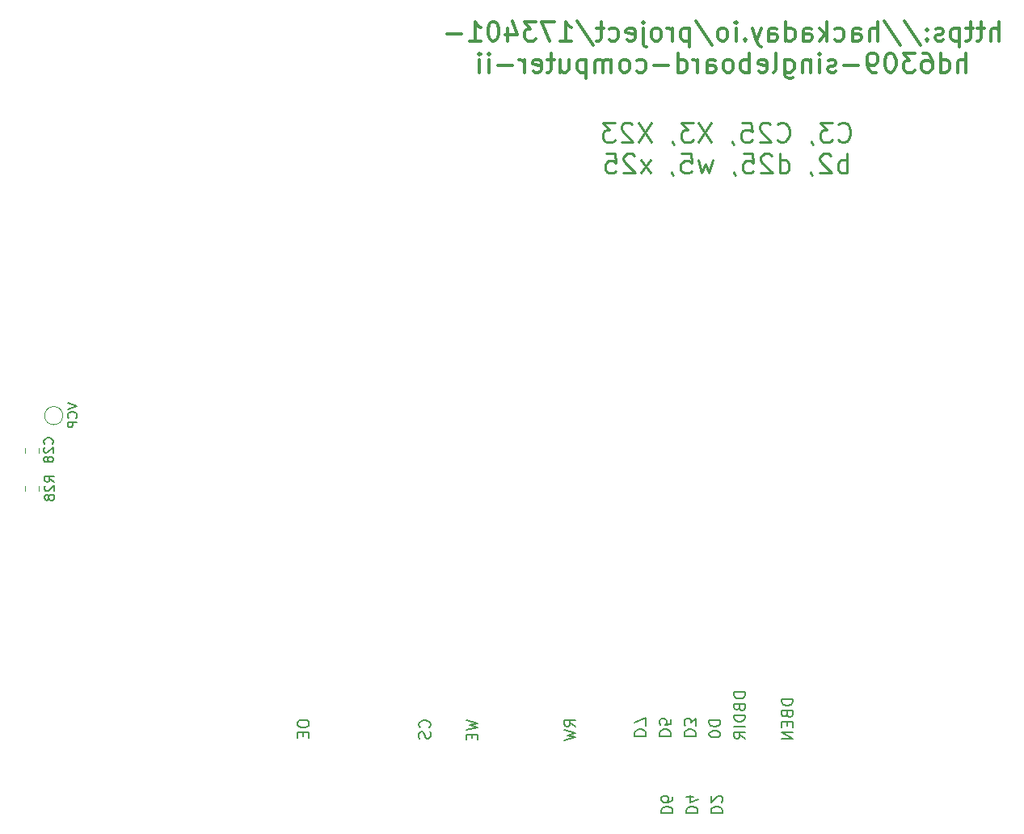
<source format=gbr>
%TF.GenerationSoftware,KiCad,Pcbnew,(5.1.9)-1*%
%TF.CreationDate,2021-03-26T15:36:56-04:00*%
%TF.ProjectId,hd6309sbc_v2c,68643633-3039-4736-9263-5f7632632e6b,1*%
%TF.SameCoordinates,Original*%
%TF.FileFunction,Legend,Bot*%
%TF.FilePolarity,Positive*%
%FSLAX46Y46*%
G04 Gerber Fmt 4.6, Leading zero omitted, Abs format (unit mm)*
G04 Created by KiCad (PCBNEW (5.1.9)-1) date 2021-03-26 15:36:56*
%MOMM*%
%LPD*%
G01*
G04 APERTURE LIST*
%ADD10C,0.250000*%
%ADD11C,0.200000*%
%ADD12C,0.300000*%
%ADD13C,0.120000*%
%ADD14C,0.150000*%
G04 APERTURE END LIST*
D10*
X143714285Y-74089285D02*
X143809523Y-74184523D01*
X144095238Y-74279761D01*
X144285714Y-74279761D01*
X144571428Y-74184523D01*
X144761904Y-73994047D01*
X144857142Y-73803571D01*
X144952380Y-73422619D01*
X144952380Y-73136904D01*
X144857142Y-72755952D01*
X144761904Y-72565476D01*
X144571428Y-72375000D01*
X144285714Y-72279761D01*
X144095238Y-72279761D01*
X143809523Y-72375000D01*
X143714285Y-72470238D01*
X143047619Y-72279761D02*
X141809523Y-72279761D01*
X142476190Y-73041666D01*
X142190476Y-73041666D01*
X142000000Y-73136904D01*
X141904761Y-73232142D01*
X141809523Y-73422619D01*
X141809523Y-73898809D01*
X141904761Y-74089285D01*
X142000000Y-74184523D01*
X142190476Y-74279761D01*
X142761904Y-74279761D01*
X142952380Y-74184523D01*
X143047619Y-74089285D01*
X140857142Y-74184523D02*
X140857142Y-74279761D01*
X140952380Y-74470238D01*
X141047619Y-74565476D01*
X137333333Y-74089285D02*
X137428571Y-74184523D01*
X137714285Y-74279761D01*
X137904761Y-74279761D01*
X138190476Y-74184523D01*
X138380952Y-73994047D01*
X138476190Y-73803571D01*
X138571428Y-73422619D01*
X138571428Y-73136904D01*
X138476190Y-72755952D01*
X138380952Y-72565476D01*
X138190476Y-72375000D01*
X137904761Y-72279761D01*
X137714285Y-72279761D01*
X137428571Y-72375000D01*
X137333333Y-72470238D01*
X136571428Y-72470238D02*
X136476190Y-72375000D01*
X136285714Y-72279761D01*
X135809523Y-72279761D01*
X135619047Y-72375000D01*
X135523809Y-72470238D01*
X135428571Y-72660714D01*
X135428571Y-72851190D01*
X135523809Y-73136904D01*
X136666666Y-74279761D01*
X135428571Y-74279761D01*
X133619047Y-72279761D02*
X134571428Y-72279761D01*
X134666666Y-73232142D01*
X134571428Y-73136904D01*
X134380952Y-73041666D01*
X133904761Y-73041666D01*
X133714285Y-73136904D01*
X133619047Y-73232142D01*
X133523809Y-73422619D01*
X133523809Y-73898809D01*
X133619047Y-74089285D01*
X133714285Y-74184523D01*
X133904761Y-74279761D01*
X134380952Y-74279761D01*
X134571428Y-74184523D01*
X134666666Y-74089285D01*
X132571428Y-74184523D02*
X132571428Y-74279761D01*
X132666666Y-74470238D01*
X132761904Y-74565476D01*
X130380952Y-72279761D02*
X129047619Y-74279761D01*
X129047619Y-72279761D02*
X130380952Y-74279761D01*
X128476190Y-72279761D02*
X127238095Y-72279761D01*
X127904761Y-73041666D01*
X127619047Y-73041666D01*
X127428571Y-73136904D01*
X127333333Y-73232142D01*
X127238095Y-73422619D01*
X127238095Y-73898809D01*
X127333333Y-74089285D01*
X127428571Y-74184523D01*
X127619047Y-74279761D01*
X128190476Y-74279761D01*
X128380952Y-74184523D01*
X128476190Y-74089285D01*
X126285714Y-74184523D02*
X126285714Y-74279761D01*
X126380952Y-74470238D01*
X126476190Y-74565476D01*
X124095238Y-72279761D02*
X122761904Y-74279761D01*
X122761904Y-72279761D02*
X124095238Y-74279761D01*
X122095238Y-72470238D02*
X122000000Y-72375000D01*
X121809523Y-72279761D01*
X121333333Y-72279761D01*
X121142857Y-72375000D01*
X121047619Y-72470238D01*
X120952380Y-72660714D01*
X120952380Y-72851190D01*
X121047619Y-73136904D01*
X122190476Y-74279761D01*
X120952380Y-74279761D01*
X120285714Y-72279761D02*
X119047619Y-72279761D01*
X119714285Y-73041666D01*
X119428571Y-73041666D01*
X119238095Y-73136904D01*
X119142857Y-73232142D01*
X119047619Y-73422619D01*
X119047619Y-73898809D01*
X119142857Y-74089285D01*
X119238095Y-74184523D01*
X119428571Y-74279761D01*
X120000000Y-74279761D01*
X120190476Y-74184523D01*
X120285714Y-74089285D01*
X144619047Y-77529761D02*
X144619047Y-75529761D01*
X144619047Y-76291666D02*
X144428571Y-76196428D01*
X144047619Y-76196428D01*
X143857142Y-76291666D01*
X143761904Y-76386904D01*
X143666666Y-76577380D01*
X143666666Y-77148809D01*
X143761904Y-77339285D01*
X143857142Y-77434523D01*
X144047619Y-77529761D01*
X144428571Y-77529761D01*
X144619047Y-77434523D01*
X142904761Y-75720238D02*
X142809523Y-75625000D01*
X142619047Y-75529761D01*
X142142857Y-75529761D01*
X141952380Y-75625000D01*
X141857142Y-75720238D01*
X141761904Y-75910714D01*
X141761904Y-76101190D01*
X141857142Y-76386904D01*
X143000000Y-77529761D01*
X141761904Y-77529761D01*
X140809523Y-77434523D02*
X140809523Y-77529761D01*
X140904761Y-77720238D01*
X141000000Y-77815476D01*
X137571428Y-77529761D02*
X137571428Y-75529761D01*
X137571428Y-77434523D02*
X137761904Y-77529761D01*
X138142857Y-77529761D01*
X138333333Y-77434523D01*
X138428571Y-77339285D01*
X138523809Y-77148809D01*
X138523809Y-76577380D01*
X138428571Y-76386904D01*
X138333333Y-76291666D01*
X138142857Y-76196428D01*
X137761904Y-76196428D01*
X137571428Y-76291666D01*
X136714285Y-75720238D02*
X136619047Y-75625000D01*
X136428571Y-75529761D01*
X135952380Y-75529761D01*
X135761904Y-75625000D01*
X135666666Y-75720238D01*
X135571428Y-75910714D01*
X135571428Y-76101190D01*
X135666666Y-76386904D01*
X136809523Y-77529761D01*
X135571428Y-77529761D01*
X133761904Y-75529761D02*
X134714285Y-75529761D01*
X134809523Y-76482142D01*
X134714285Y-76386904D01*
X134523809Y-76291666D01*
X134047619Y-76291666D01*
X133857142Y-76386904D01*
X133761904Y-76482142D01*
X133666666Y-76672619D01*
X133666666Y-77148809D01*
X133761904Y-77339285D01*
X133857142Y-77434523D01*
X134047619Y-77529761D01*
X134523809Y-77529761D01*
X134714285Y-77434523D01*
X134809523Y-77339285D01*
X132714285Y-77434523D02*
X132714285Y-77529761D01*
X132809523Y-77720238D01*
X132904761Y-77815476D01*
X130523809Y-76196428D02*
X130142857Y-77529761D01*
X129761904Y-76577380D01*
X129380952Y-77529761D01*
X129000000Y-76196428D01*
X127285714Y-75529761D02*
X128238095Y-75529761D01*
X128333333Y-76482142D01*
X128238095Y-76386904D01*
X128047619Y-76291666D01*
X127571428Y-76291666D01*
X127380952Y-76386904D01*
X127285714Y-76482142D01*
X127190476Y-76672619D01*
X127190476Y-77148809D01*
X127285714Y-77339285D01*
X127380952Y-77434523D01*
X127571428Y-77529761D01*
X128047619Y-77529761D01*
X128238095Y-77434523D01*
X128333333Y-77339285D01*
X126238095Y-77434523D02*
X126238095Y-77529761D01*
X126333333Y-77720238D01*
X126428571Y-77815476D01*
X124047619Y-77529761D02*
X123000000Y-76196428D01*
X124047619Y-76196428D02*
X123000000Y-77529761D01*
X122333333Y-75720238D02*
X122238095Y-75625000D01*
X122047619Y-75529761D01*
X121571428Y-75529761D01*
X121380952Y-75625000D01*
X121285714Y-75720238D01*
X121190476Y-75910714D01*
X121190476Y-76101190D01*
X121285714Y-76386904D01*
X122428571Y-77529761D01*
X121190476Y-77529761D01*
X119380952Y-75529761D02*
X120333333Y-75529761D01*
X120428571Y-76482142D01*
X120333333Y-76386904D01*
X120142857Y-76291666D01*
X119666666Y-76291666D01*
X119476190Y-76386904D01*
X119380952Y-76482142D01*
X119285714Y-76672619D01*
X119285714Y-77148809D01*
X119380952Y-77339285D01*
X119476190Y-77434523D01*
X119666666Y-77529761D01*
X120142857Y-77529761D01*
X120333333Y-77434523D01*
X120428571Y-77339285D01*
D11*
X124957142Y-136585714D02*
X126157142Y-136585714D01*
X126157142Y-136300000D01*
X126100000Y-136128571D01*
X125985714Y-136014285D01*
X125871428Y-135957142D01*
X125642857Y-135900000D01*
X125471428Y-135900000D01*
X125242857Y-135957142D01*
X125128571Y-136014285D01*
X125014285Y-136128571D01*
X124957142Y-136300000D01*
X124957142Y-136585714D01*
X126157142Y-134814285D02*
X126157142Y-135385714D01*
X125585714Y-135442857D01*
X125642857Y-135385714D01*
X125700000Y-135271428D01*
X125700000Y-134985714D01*
X125642857Y-134871428D01*
X125585714Y-134814285D01*
X125471428Y-134757142D01*
X125185714Y-134757142D01*
X125071428Y-134814285D01*
X125014285Y-134871428D01*
X124957142Y-134985714D01*
X124957142Y-135271428D01*
X125014285Y-135385714D01*
X125071428Y-135442857D01*
X127557142Y-136585714D02*
X128757142Y-136585714D01*
X128757142Y-136300000D01*
X128700000Y-136128571D01*
X128585714Y-136014285D01*
X128471428Y-135957142D01*
X128242857Y-135900000D01*
X128071428Y-135900000D01*
X127842857Y-135957142D01*
X127728571Y-136014285D01*
X127614285Y-136128571D01*
X127557142Y-136300000D01*
X127557142Y-136585714D01*
X128757142Y-135500000D02*
X128757142Y-134757142D01*
X128300000Y-135157142D01*
X128300000Y-134985714D01*
X128242857Y-134871428D01*
X128185714Y-134814285D01*
X128071428Y-134757142D01*
X127785714Y-134757142D01*
X127671428Y-134814285D01*
X127614285Y-134871428D01*
X127557142Y-134985714D01*
X127557142Y-135328571D01*
X127614285Y-135442857D01*
X127671428Y-135500000D01*
X122357142Y-136585714D02*
X123557142Y-136585714D01*
X123557142Y-136300000D01*
X123500000Y-136128571D01*
X123385714Y-136014285D01*
X123271428Y-135957142D01*
X123042857Y-135900000D01*
X122871428Y-135900000D01*
X122642857Y-135957142D01*
X122528571Y-136014285D01*
X122414285Y-136128571D01*
X122357142Y-136300000D01*
X122357142Y-136585714D01*
X123557142Y-135500000D02*
X123557142Y-134700000D01*
X122357142Y-135214285D01*
X87042857Y-135182857D02*
X87042857Y-135411428D01*
X87100000Y-135525714D01*
X87214285Y-135640000D01*
X87442857Y-135697142D01*
X87842857Y-135697142D01*
X88071428Y-135640000D01*
X88185714Y-135525714D01*
X88242857Y-135411428D01*
X88242857Y-135182857D01*
X88185714Y-135068571D01*
X88071428Y-134954285D01*
X87842857Y-134897142D01*
X87442857Y-134897142D01*
X87214285Y-134954285D01*
X87100000Y-135068571D01*
X87042857Y-135182857D01*
X87614285Y-136211428D02*
X87614285Y-136611428D01*
X88242857Y-136782857D02*
X88242857Y-136211428D01*
X87042857Y-136211428D01*
X87042857Y-136782857D01*
X100848571Y-135700000D02*
X100905714Y-135642857D01*
X100962857Y-135471428D01*
X100962857Y-135357142D01*
X100905714Y-135185714D01*
X100791428Y-135071428D01*
X100677142Y-135014285D01*
X100448571Y-134957142D01*
X100277142Y-134957142D01*
X100048571Y-135014285D01*
X99934285Y-135071428D01*
X99820000Y-135185714D01*
X99762857Y-135357142D01*
X99762857Y-135471428D01*
X99820000Y-135642857D01*
X99877142Y-135700000D01*
X100905714Y-136157142D02*
X100962857Y-136328571D01*
X100962857Y-136614285D01*
X100905714Y-136728571D01*
X100848571Y-136785714D01*
X100734285Y-136842857D01*
X100620000Y-136842857D01*
X100505714Y-136785714D01*
X100448571Y-136728571D01*
X100391428Y-136614285D01*
X100334285Y-136385714D01*
X100277142Y-136271428D01*
X100220000Y-136214285D01*
X100105714Y-136157142D01*
X99991428Y-136157142D01*
X99877142Y-136214285D01*
X99820000Y-136271428D01*
X99762857Y-136385714D01*
X99762857Y-136671428D01*
X99820000Y-136842857D01*
X138942857Y-132714285D02*
X137742857Y-132714285D01*
X137742857Y-133000000D01*
X137800000Y-133171428D01*
X137914285Y-133285714D01*
X138028571Y-133342857D01*
X138257142Y-133400000D01*
X138428571Y-133400000D01*
X138657142Y-133342857D01*
X138771428Y-133285714D01*
X138885714Y-133171428D01*
X138942857Y-133000000D01*
X138942857Y-132714285D01*
X138314285Y-134314285D02*
X138371428Y-134485714D01*
X138428571Y-134542857D01*
X138542857Y-134600000D01*
X138714285Y-134600000D01*
X138828571Y-134542857D01*
X138885714Y-134485714D01*
X138942857Y-134371428D01*
X138942857Y-133914285D01*
X137742857Y-133914285D01*
X137742857Y-134314285D01*
X137800000Y-134428571D01*
X137857142Y-134485714D01*
X137971428Y-134542857D01*
X138085714Y-134542857D01*
X138200000Y-134485714D01*
X138257142Y-134428571D01*
X138314285Y-134314285D01*
X138314285Y-133914285D01*
X138314285Y-135114285D02*
X138314285Y-135514285D01*
X138942857Y-135685714D02*
X138942857Y-135114285D01*
X137742857Y-135114285D01*
X137742857Y-135685714D01*
X138942857Y-136200000D02*
X137742857Y-136200000D01*
X138942857Y-136885714D01*
X137742857Y-136885714D01*
X133942857Y-132000000D02*
X132742857Y-132000000D01*
X132742857Y-132285714D01*
X132800000Y-132457142D01*
X132914285Y-132571428D01*
X133028571Y-132628571D01*
X133257142Y-132685714D01*
X133428571Y-132685714D01*
X133657142Y-132628571D01*
X133771428Y-132571428D01*
X133885714Y-132457142D01*
X133942857Y-132285714D01*
X133942857Y-132000000D01*
X133314285Y-133600000D02*
X133371428Y-133771428D01*
X133428571Y-133828571D01*
X133542857Y-133885714D01*
X133714285Y-133885714D01*
X133828571Y-133828571D01*
X133885714Y-133771428D01*
X133942857Y-133657142D01*
X133942857Y-133200000D01*
X132742857Y-133200000D01*
X132742857Y-133600000D01*
X132800000Y-133714285D01*
X132857142Y-133771428D01*
X132971428Y-133828571D01*
X133085714Y-133828571D01*
X133200000Y-133771428D01*
X133257142Y-133714285D01*
X133314285Y-133600000D01*
X133314285Y-133200000D01*
X133942857Y-134400000D02*
X132742857Y-134400000D01*
X132742857Y-134685714D01*
X132800000Y-134857142D01*
X132914285Y-134971428D01*
X133028571Y-135028571D01*
X133257142Y-135085714D01*
X133428571Y-135085714D01*
X133657142Y-135028571D01*
X133771428Y-134971428D01*
X133885714Y-134857142D01*
X133942857Y-134685714D01*
X133942857Y-134400000D01*
X133942857Y-135600000D02*
X132742857Y-135600000D01*
X133942857Y-136857142D02*
X133371428Y-136457142D01*
X133942857Y-136171428D02*
X132742857Y-136171428D01*
X132742857Y-136628571D01*
X132800000Y-136742857D01*
X132857142Y-136800000D01*
X132971428Y-136857142D01*
X133142857Y-136857142D01*
X133257142Y-136800000D01*
X133314285Y-136742857D01*
X133371428Y-136628571D01*
X133371428Y-136171428D01*
X104742857Y-134942857D02*
X105942857Y-135228571D01*
X105085714Y-135457142D01*
X105942857Y-135685714D01*
X104742857Y-135971428D01*
X105314285Y-136428571D02*
X105314285Y-136828571D01*
X105942857Y-137000000D02*
X105942857Y-136428571D01*
X104742857Y-136428571D01*
X104742857Y-137000000D01*
X116162857Y-135585714D02*
X115591428Y-135185714D01*
X116162857Y-134900000D02*
X114962857Y-134900000D01*
X114962857Y-135357142D01*
X115020000Y-135471428D01*
X115077142Y-135528571D01*
X115191428Y-135585714D01*
X115362857Y-135585714D01*
X115477142Y-135528571D01*
X115534285Y-135471428D01*
X115591428Y-135357142D01*
X115591428Y-134900000D01*
X114962857Y-135985714D02*
X116162857Y-136271428D01*
X115305714Y-136500000D01*
X116162857Y-136728571D01*
X114962857Y-137014285D01*
X127757142Y-144685714D02*
X128957142Y-144685714D01*
X128957142Y-144400000D01*
X128900000Y-144228571D01*
X128785714Y-144114285D01*
X128671428Y-144057142D01*
X128442857Y-144000000D01*
X128271428Y-144000000D01*
X128042857Y-144057142D01*
X127928571Y-144114285D01*
X127814285Y-144228571D01*
X127757142Y-144400000D01*
X127757142Y-144685714D01*
X128557142Y-142971428D02*
X127757142Y-142971428D01*
X129014285Y-143257142D02*
X128157142Y-143542857D01*
X128157142Y-142800000D01*
X125157142Y-144685714D02*
X126357142Y-144685714D01*
X126357142Y-144400000D01*
X126300000Y-144228571D01*
X126185714Y-144114285D01*
X126071428Y-144057142D01*
X125842857Y-144000000D01*
X125671428Y-144000000D01*
X125442857Y-144057142D01*
X125328571Y-144114285D01*
X125214285Y-144228571D01*
X125157142Y-144400000D01*
X125157142Y-144685714D01*
X126357142Y-142971428D02*
X126357142Y-143200000D01*
X126300000Y-143314285D01*
X126242857Y-143371428D01*
X126071428Y-143485714D01*
X125842857Y-143542857D01*
X125385714Y-143542857D01*
X125271428Y-143485714D01*
X125214285Y-143428571D01*
X125157142Y-143314285D01*
X125157142Y-143085714D01*
X125214285Y-142971428D01*
X125271428Y-142914285D01*
X125385714Y-142857142D01*
X125671428Y-142857142D01*
X125785714Y-142914285D01*
X125842857Y-142971428D01*
X125900000Y-143085714D01*
X125900000Y-143314285D01*
X125842857Y-143428571D01*
X125785714Y-143485714D01*
X125671428Y-143542857D01*
X131342857Y-134914285D02*
X130142857Y-134914285D01*
X130142857Y-135200000D01*
X130200000Y-135371428D01*
X130314285Y-135485714D01*
X130428571Y-135542857D01*
X130657142Y-135600000D01*
X130828571Y-135600000D01*
X131057142Y-135542857D01*
X131171428Y-135485714D01*
X131285714Y-135371428D01*
X131342857Y-135200000D01*
X131342857Y-134914285D01*
X130142857Y-136342857D02*
X130142857Y-136457142D01*
X130200000Y-136571428D01*
X130257142Y-136628571D01*
X130371428Y-136685714D01*
X130600000Y-136742857D01*
X130885714Y-136742857D01*
X131114285Y-136685714D01*
X131228571Y-136628571D01*
X131285714Y-136571428D01*
X131342857Y-136457142D01*
X131342857Y-136342857D01*
X131285714Y-136228571D01*
X131228571Y-136171428D01*
X131114285Y-136114285D01*
X130885714Y-136057142D01*
X130600000Y-136057142D01*
X130371428Y-136114285D01*
X130257142Y-136171428D01*
X130200000Y-136228571D01*
X130142857Y-136342857D01*
X130357142Y-144685714D02*
X131557142Y-144685714D01*
X131557142Y-144400000D01*
X131500000Y-144228571D01*
X131385714Y-144114285D01*
X131271428Y-144057142D01*
X131042857Y-144000000D01*
X130871428Y-144000000D01*
X130642857Y-144057142D01*
X130528571Y-144114285D01*
X130414285Y-144228571D01*
X130357142Y-144400000D01*
X130357142Y-144685714D01*
X131442857Y-143542857D02*
X131500000Y-143485714D01*
X131557142Y-143371428D01*
X131557142Y-143085714D01*
X131500000Y-142971428D01*
X131442857Y-142914285D01*
X131328571Y-142857142D01*
X131214285Y-142857142D01*
X131042857Y-142914285D01*
X130357142Y-143600000D01*
X130357142Y-142857142D01*
D12*
X160494761Y-63694761D02*
X160494761Y-61694761D01*
X159637619Y-63694761D02*
X159637619Y-62647142D01*
X159732857Y-62456666D01*
X159923333Y-62361428D01*
X160209047Y-62361428D01*
X160399523Y-62456666D01*
X160494761Y-62551904D01*
X158970952Y-62361428D02*
X158209047Y-62361428D01*
X158685238Y-61694761D02*
X158685238Y-63409047D01*
X158590000Y-63599523D01*
X158399523Y-63694761D01*
X158209047Y-63694761D01*
X157828095Y-62361428D02*
X157066190Y-62361428D01*
X157542380Y-61694761D02*
X157542380Y-63409047D01*
X157447142Y-63599523D01*
X157256666Y-63694761D01*
X157066190Y-63694761D01*
X156399523Y-62361428D02*
X156399523Y-64361428D01*
X156399523Y-62456666D02*
X156209047Y-62361428D01*
X155828095Y-62361428D01*
X155637619Y-62456666D01*
X155542380Y-62551904D01*
X155447142Y-62742380D01*
X155447142Y-63313809D01*
X155542380Y-63504285D01*
X155637619Y-63599523D01*
X155828095Y-63694761D01*
X156209047Y-63694761D01*
X156399523Y-63599523D01*
X154685238Y-63599523D02*
X154494761Y-63694761D01*
X154113809Y-63694761D01*
X153923333Y-63599523D01*
X153828095Y-63409047D01*
X153828095Y-63313809D01*
X153923333Y-63123333D01*
X154113809Y-63028095D01*
X154399523Y-63028095D01*
X154590000Y-62932857D01*
X154685238Y-62742380D01*
X154685238Y-62647142D01*
X154590000Y-62456666D01*
X154399523Y-62361428D01*
X154113809Y-62361428D01*
X153923333Y-62456666D01*
X152970952Y-63504285D02*
X152875714Y-63599523D01*
X152970952Y-63694761D01*
X153066190Y-63599523D01*
X152970952Y-63504285D01*
X152970952Y-63694761D01*
X152970952Y-62456666D02*
X152875714Y-62551904D01*
X152970952Y-62647142D01*
X153066190Y-62551904D01*
X152970952Y-62456666D01*
X152970952Y-62647142D01*
X150590000Y-61599523D02*
X152304285Y-64170952D01*
X148494761Y-61599523D02*
X150209047Y-64170952D01*
X147828095Y-63694761D02*
X147828095Y-61694761D01*
X146970952Y-63694761D02*
X146970952Y-62647142D01*
X147066190Y-62456666D01*
X147256666Y-62361428D01*
X147542380Y-62361428D01*
X147732857Y-62456666D01*
X147828095Y-62551904D01*
X145161428Y-63694761D02*
X145161428Y-62647142D01*
X145256666Y-62456666D01*
X145447142Y-62361428D01*
X145828095Y-62361428D01*
X146018571Y-62456666D01*
X145161428Y-63599523D02*
X145351904Y-63694761D01*
X145828095Y-63694761D01*
X146018571Y-63599523D01*
X146113809Y-63409047D01*
X146113809Y-63218571D01*
X146018571Y-63028095D01*
X145828095Y-62932857D01*
X145351904Y-62932857D01*
X145161428Y-62837619D01*
X143351904Y-63599523D02*
X143542380Y-63694761D01*
X143923333Y-63694761D01*
X144113809Y-63599523D01*
X144209047Y-63504285D01*
X144304285Y-63313809D01*
X144304285Y-62742380D01*
X144209047Y-62551904D01*
X144113809Y-62456666D01*
X143923333Y-62361428D01*
X143542380Y-62361428D01*
X143351904Y-62456666D01*
X142494761Y-63694761D02*
X142494761Y-61694761D01*
X142304285Y-62932857D02*
X141732857Y-63694761D01*
X141732857Y-62361428D02*
X142494761Y-63123333D01*
X140018571Y-63694761D02*
X140018571Y-62647142D01*
X140113809Y-62456666D01*
X140304285Y-62361428D01*
X140685238Y-62361428D01*
X140875714Y-62456666D01*
X140018571Y-63599523D02*
X140209047Y-63694761D01*
X140685238Y-63694761D01*
X140875714Y-63599523D01*
X140970952Y-63409047D01*
X140970952Y-63218571D01*
X140875714Y-63028095D01*
X140685238Y-62932857D01*
X140209047Y-62932857D01*
X140018571Y-62837619D01*
X138209047Y-63694761D02*
X138209047Y-61694761D01*
X138209047Y-63599523D02*
X138399523Y-63694761D01*
X138780476Y-63694761D01*
X138970952Y-63599523D01*
X139066190Y-63504285D01*
X139161428Y-63313809D01*
X139161428Y-62742380D01*
X139066190Y-62551904D01*
X138970952Y-62456666D01*
X138780476Y-62361428D01*
X138399523Y-62361428D01*
X138209047Y-62456666D01*
X136399523Y-63694761D02*
X136399523Y-62647142D01*
X136494761Y-62456666D01*
X136685238Y-62361428D01*
X137066190Y-62361428D01*
X137256666Y-62456666D01*
X136399523Y-63599523D02*
X136590000Y-63694761D01*
X137066190Y-63694761D01*
X137256666Y-63599523D01*
X137351904Y-63409047D01*
X137351904Y-63218571D01*
X137256666Y-63028095D01*
X137066190Y-62932857D01*
X136590000Y-62932857D01*
X136399523Y-62837619D01*
X135637619Y-62361428D02*
X135161428Y-63694761D01*
X134685238Y-62361428D02*
X135161428Y-63694761D01*
X135351904Y-64170952D01*
X135447142Y-64266190D01*
X135637619Y-64361428D01*
X133923333Y-63504285D02*
X133828095Y-63599523D01*
X133923333Y-63694761D01*
X134018571Y-63599523D01*
X133923333Y-63504285D01*
X133923333Y-63694761D01*
X132970952Y-63694761D02*
X132970952Y-62361428D01*
X132970952Y-61694761D02*
X133066190Y-61790000D01*
X132970952Y-61885238D01*
X132875714Y-61790000D01*
X132970952Y-61694761D01*
X132970952Y-61885238D01*
X131732857Y-63694761D02*
X131923333Y-63599523D01*
X132018571Y-63504285D01*
X132113809Y-63313809D01*
X132113809Y-62742380D01*
X132018571Y-62551904D01*
X131923333Y-62456666D01*
X131732857Y-62361428D01*
X131447142Y-62361428D01*
X131256666Y-62456666D01*
X131161428Y-62551904D01*
X131066190Y-62742380D01*
X131066190Y-63313809D01*
X131161428Y-63504285D01*
X131256666Y-63599523D01*
X131447142Y-63694761D01*
X131732857Y-63694761D01*
X128780476Y-61599523D02*
X130494761Y-64170952D01*
X128113809Y-62361428D02*
X128113809Y-64361428D01*
X128113809Y-62456666D02*
X127923333Y-62361428D01*
X127542380Y-62361428D01*
X127351904Y-62456666D01*
X127256666Y-62551904D01*
X127161428Y-62742380D01*
X127161428Y-63313809D01*
X127256666Y-63504285D01*
X127351904Y-63599523D01*
X127542380Y-63694761D01*
X127923333Y-63694761D01*
X128113809Y-63599523D01*
X126304285Y-63694761D02*
X126304285Y-62361428D01*
X126304285Y-62742380D02*
X126209047Y-62551904D01*
X126113809Y-62456666D01*
X125923333Y-62361428D01*
X125732857Y-62361428D01*
X124780476Y-63694761D02*
X124970952Y-63599523D01*
X125066190Y-63504285D01*
X125161428Y-63313809D01*
X125161428Y-62742380D01*
X125066190Y-62551904D01*
X124970952Y-62456666D01*
X124780476Y-62361428D01*
X124494761Y-62361428D01*
X124304285Y-62456666D01*
X124209047Y-62551904D01*
X124113809Y-62742380D01*
X124113809Y-63313809D01*
X124209047Y-63504285D01*
X124304285Y-63599523D01*
X124494761Y-63694761D01*
X124780476Y-63694761D01*
X123256666Y-62361428D02*
X123256666Y-64075714D01*
X123351904Y-64266190D01*
X123542380Y-64361428D01*
X123637619Y-64361428D01*
X123256666Y-61694761D02*
X123351904Y-61790000D01*
X123256666Y-61885238D01*
X123161428Y-61790000D01*
X123256666Y-61694761D01*
X123256666Y-61885238D01*
X121542380Y-63599523D02*
X121732857Y-63694761D01*
X122113809Y-63694761D01*
X122304285Y-63599523D01*
X122399523Y-63409047D01*
X122399523Y-62647142D01*
X122304285Y-62456666D01*
X122113809Y-62361428D01*
X121732857Y-62361428D01*
X121542380Y-62456666D01*
X121447142Y-62647142D01*
X121447142Y-62837619D01*
X122399523Y-63028095D01*
X119732857Y-63599523D02*
X119923333Y-63694761D01*
X120304285Y-63694761D01*
X120494761Y-63599523D01*
X120590000Y-63504285D01*
X120685238Y-63313809D01*
X120685238Y-62742380D01*
X120590000Y-62551904D01*
X120494761Y-62456666D01*
X120304285Y-62361428D01*
X119923333Y-62361428D01*
X119732857Y-62456666D01*
X119161428Y-62361428D02*
X118399523Y-62361428D01*
X118875714Y-61694761D02*
X118875714Y-63409047D01*
X118780476Y-63599523D01*
X118590000Y-63694761D01*
X118399523Y-63694761D01*
X116304285Y-61599523D02*
X118018571Y-64170952D01*
X114590000Y-63694761D02*
X115732857Y-63694761D01*
X115161428Y-63694761D02*
X115161428Y-61694761D01*
X115351904Y-61980476D01*
X115542380Y-62170952D01*
X115732857Y-62266190D01*
X113923333Y-61694761D02*
X112590000Y-61694761D01*
X113447142Y-63694761D01*
X112018571Y-61694761D02*
X110780476Y-61694761D01*
X111447142Y-62456666D01*
X111161428Y-62456666D01*
X110970952Y-62551904D01*
X110875714Y-62647142D01*
X110780476Y-62837619D01*
X110780476Y-63313809D01*
X110875714Y-63504285D01*
X110970952Y-63599523D01*
X111161428Y-63694761D01*
X111732857Y-63694761D01*
X111923333Y-63599523D01*
X112018571Y-63504285D01*
X109066190Y-62361428D02*
X109066190Y-63694761D01*
X109542380Y-61599523D02*
X110018571Y-63028095D01*
X108780476Y-63028095D01*
X107637619Y-61694761D02*
X107447142Y-61694761D01*
X107256666Y-61790000D01*
X107161428Y-61885238D01*
X107066190Y-62075714D01*
X106970952Y-62456666D01*
X106970952Y-62932857D01*
X107066190Y-63313809D01*
X107161428Y-63504285D01*
X107256666Y-63599523D01*
X107447142Y-63694761D01*
X107637619Y-63694761D01*
X107828095Y-63599523D01*
X107923333Y-63504285D01*
X108018571Y-63313809D01*
X108113809Y-62932857D01*
X108113809Y-62456666D01*
X108018571Y-62075714D01*
X107923333Y-61885238D01*
X107828095Y-61790000D01*
X107637619Y-61694761D01*
X105066190Y-63694761D02*
X106209047Y-63694761D01*
X105637619Y-63694761D02*
X105637619Y-61694761D01*
X105828095Y-61980476D01*
X106018571Y-62170952D01*
X106209047Y-62266190D01*
X104209047Y-62932857D02*
X102685238Y-62932857D01*
X157066190Y-66994761D02*
X157066190Y-64994761D01*
X156209047Y-66994761D02*
X156209047Y-65947142D01*
X156304285Y-65756666D01*
X156494761Y-65661428D01*
X156780476Y-65661428D01*
X156970952Y-65756666D01*
X157066190Y-65851904D01*
X154399523Y-66994761D02*
X154399523Y-64994761D01*
X154399523Y-66899523D02*
X154590000Y-66994761D01*
X154970952Y-66994761D01*
X155161428Y-66899523D01*
X155256666Y-66804285D01*
X155351904Y-66613809D01*
X155351904Y-66042380D01*
X155256666Y-65851904D01*
X155161428Y-65756666D01*
X154970952Y-65661428D01*
X154590000Y-65661428D01*
X154399523Y-65756666D01*
X152590000Y-64994761D02*
X152970952Y-64994761D01*
X153161428Y-65090000D01*
X153256666Y-65185238D01*
X153447142Y-65470952D01*
X153542380Y-65851904D01*
X153542380Y-66613809D01*
X153447142Y-66804285D01*
X153351904Y-66899523D01*
X153161428Y-66994761D01*
X152780476Y-66994761D01*
X152590000Y-66899523D01*
X152494761Y-66804285D01*
X152399523Y-66613809D01*
X152399523Y-66137619D01*
X152494761Y-65947142D01*
X152590000Y-65851904D01*
X152780476Y-65756666D01*
X153161428Y-65756666D01*
X153351904Y-65851904D01*
X153447142Y-65947142D01*
X153542380Y-66137619D01*
X151732857Y-64994761D02*
X150494761Y-64994761D01*
X151161428Y-65756666D01*
X150875714Y-65756666D01*
X150685238Y-65851904D01*
X150590000Y-65947142D01*
X150494761Y-66137619D01*
X150494761Y-66613809D01*
X150590000Y-66804285D01*
X150685238Y-66899523D01*
X150875714Y-66994761D01*
X151447142Y-66994761D01*
X151637619Y-66899523D01*
X151732857Y-66804285D01*
X149256666Y-64994761D02*
X149066190Y-64994761D01*
X148875714Y-65090000D01*
X148780476Y-65185238D01*
X148685238Y-65375714D01*
X148590000Y-65756666D01*
X148590000Y-66232857D01*
X148685238Y-66613809D01*
X148780476Y-66804285D01*
X148875714Y-66899523D01*
X149066190Y-66994761D01*
X149256666Y-66994761D01*
X149447142Y-66899523D01*
X149542380Y-66804285D01*
X149637619Y-66613809D01*
X149732857Y-66232857D01*
X149732857Y-65756666D01*
X149637619Y-65375714D01*
X149542380Y-65185238D01*
X149447142Y-65090000D01*
X149256666Y-64994761D01*
X147637619Y-66994761D02*
X147256666Y-66994761D01*
X147066190Y-66899523D01*
X146970952Y-66804285D01*
X146780476Y-66518571D01*
X146685238Y-66137619D01*
X146685238Y-65375714D01*
X146780476Y-65185238D01*
X146875714Y-65090000D01*
X147066190Y-64994761D01*
X147447142Y-64994761D01*
X147637619Y-65090000D01*
X147732857Y-65185238D01*
X147828095Y-65375714D01*
X147828095Y-65851904D01*
X147732857Y-66042380D01*
X147637619Y-66137619D01*
X147447142Y-66232857D01*
X147066190Y-66232857D01*
X146875714Y-66137619D01*
X146780476Y-66042380D01*
X146685238Y-65851904D01*
X145828095Y-66232857D02*
X144304285Y-66232857D01*
X143447142Y-66899523D02*
X143256666Y-66994761D01*
X142875714Y-66994761D01*
X142685238Y-66899523D01*
X142590000Y-66709047D01*
X142590000Y-66613809D01*
X142685238Y-66423333D01*
X142875714Y-66328095D01*
X143161428Y-66328095D01*
X143351904Y-66232857D01*
X143447142Y-66042380D01*
X143447142Y-65947142D01*
X143351904Y-65756666D01*
X143161428Y-65661428D01*
X142875714Y-65661428D01*
X142685238Y-65756666D01*
X141732857Y-66994761D02*
X141732857Y-65661428D01*
X141732857Y-64994761D02*
X141828095Y-65090000D01*
X141732857Y-65185238D01*
X141637619Y-65090000D01*
X141732857Y-64994761D01*
X141732857Y-65185238D01*
X140780476Y-65661428D02*
X140780476Y-66994761D01*
X140780476Y-65851904D02*
X140685238Y-65756666D01*
X140494761Y-65661428D01*
X140209047Y-65661428D01*
X140018571Y-65756666D01*
X139923333Y-65947142D01*
X139923333Y-66994761D01*
X138113809Y-65661428D02*
X138113809Y-67280476D01*
X138209047Y-67470952D01*
X138304285Y-67566190D01*
X138494761Y-67661428D01*
X138780476Y-67661428D01*
X138970952Y-67566190D01*
X138113809Y-66899523D02*
X138304285Y-66994761D01*
X138685238Y-66994761D01*
X138875714Y-66899523D01*
X138970952Y-66804285D01*
X139066190Y-66613809D01*
X139066190Y-66042380D01*
X138970952Y-65851904D01*
X138875714Y-65756666D01*
X138685238Y-65661428D01*
X138304285Y-65661428D01*
X138113809Y-65756666D01*
X136875714Y-66994761D02*
X137066190Y-66899523D01*
X137161428Y-66709047D01*
X137161428Y-64994761D01*
X135351904Y-66899523D02*
X135542380Y-66994761D01*
X135923333Y-66994761D01*
X136113809Y-66899523D01*
X136209047Y-66709047D01*
X136209047Y-65947142D01*
X136113809Y-65756666D01*
X135923333Y-65661428D01*
X135542380Y-65661428D01*
X135351904Y-65756666D01*
X135256666Y-65947142D01*
X135256666Y-66137619D01*
X136209047Y-66328095D01*
X134399523Y-66994761D02*
X134399523Y-64994761D01*
X134399523Y-65756666D02*
X134209047Y-65661428D01*
X133828095Y-65661428D01*
X133637619Y-65756666D01*
X133542380Y-65851904D01*
X133447142Y-66042380D01*
X133447142Y-66613809D01*
X133542380Y-66804285D01*
X133637619Y-66899523D01*
X133828095Y-66994761D01*
X134209047Y-66994761D01*
X134399523Y-66899523D01*
X132304285Y-66994761D02*
X132494761Y-66899523D01*
X132590000Y-66804285D01*
X132685238Y-66613809D01*
X132685238Y-66042380D01*
X132590000Y-65851904D01*
X132494761Y-65756666D01*
X132304285Y-65661428D01*
X132018571Y-65661428D01*
X131828095Y-65756666D01*
X131732857Y-65851904D01*
X131637619Y-66042380D01*
X131637619Y-66613809D01*
X131732857Y-66804285D01*
X131828095Y-66899523D01*
X132018571Y-66994761D01*
X132304285Y-66994761D01*
X129923333Y-66994761D02*
X129923333Y-65947142D01*
X130018571Y-65756666D01*
X130209047Y-65661428D01*
X130590000Y-65661428D01*
X130780476Y-65756666D01*
X129923333Y-66899523D02*
X130113809Y-66994761D01*
X130590000Y-66994761D01*
X130780476Y-66899523D01*
X130875714Y-66709047D01*
X130875714Y-66518571D01*
X130780476Y-66328095D01*
X130590000Y-66232857D01*
X130113809Y-66232857D01*
X129923333Y-66137619D01*
X128970952Y-66994761D02*
X128970952Y-65661428D01*
X128970952Y-66042380D02*
X128875714Y-65851904D01*
X128780476Y-65756666D01*
X128590000Y-65661428D01*
X128399523Y-65661428D01*
X126875714Y-66994761D02*
X126875714Y-64994761D01*
X126875714Y-66899523D02*
X127066190Y-66994761D01*
X127447142Y-66994761D01*
X127637619Y-66899523D01*
X127732857Y-66804285D01*
X127828095Y-66613809D01*
X127828095Y-66042380D01*
X127732857Y-65851904D01*
X127637619Y-65756666D01*
X127447142Y-65661428D01*
X127066190Y-65661428D01*
X126875714Y-65756666D01*
X125923333Y-66232857D02*
X124399523Y-66232857D01*
X122590000Y-66899523D02*
X122780476Y-66994761D01*
X123161428Y-66994761D01*
X123351904Y-66899523D01*
X123447142Y-66804285D01*
X123542380Y-66613809D01*
X123542380Y-66042380D01*
X123447142Y-65851904D01*
X123351904Y-65756666D01*
X123161428Y-65661428D01*
X122780476Y-65661428D01*
X122590000Y-65756666D01*
X121447142Y-66994761D02*
X121637619Y-66899523D01*
X121732857Y-66804285D01*
X121828095Y-66613809D01*
X121828095Y-66042380D01*
X121732857Y-65851904D01*
X121637619Y-65756666D01*
X121447142Y-65661428D01*
X121161428Y-65661428D01*
X120970952Y-65756666D01*
X120875714Y-65851904D01*
X120780476Y-66042380D01*
X120780476Y-66613809D01*
X120875714Y-66804285D01*
X120970952Y-66899523D01*
X121161428Y-66994761D01*
X121447142Y-66994761D01*
X119923333Y-66994761D02*
X119923333Y-65661428D01*
X119923333Y-65851904D02*
X119828095Y-65756666D01*
X119637619Y-65661428D01*
X119351904Y-65661428D01*
X119161428Y-65756666D01*
X119066190Y-65947142D01*
X119066190Y-66994761D01*
X119066190Y-65947142D02*
X118970952Y-65756666D01*
X118780476Y-65661428D01*
X118494761Y-65661428D01*
X118304285Y-65756666D01*
X118209047Y-65947142D01*
X118209047Y-66994761D01*
X117256666Y-65661428D02*
X117256666Y-67661428D01*
X117256666Y-65756666D02*
X117066190Y-65661428D01*
X116685238Y-65661428D01*
X116494761Y-65756666D01*
X116399523Y-65851904D01*
X116304285Y-66042380D01*
X116304285Y-66613809D01*
X116399523Y-66804285D01*
X116494761Y-66899523D01*
X116685238Y-66994761D01*
X117066190Y-66994761D01*
X117256666Y-66899523D01*
X114590000Y-65661428D02*
X114590000Y-66994761D01*
X115447142Y-65661428D02*
X115447142Y-66709047D01*
X115351904Y-66899523D01*
X115161428Y-66994761D01*
X114875714Y-66994761D01*
X114685238Y-66899523D01*
X114590000Y-66804285D01*
X113923333Y-65661428D02*
X113161428Y-65661428D01*
X113637619Y-64994761D02*
X113637619Y-66709047D01*
X113542380Y-66899523D01*
X113351904Y-66994761D01*
X113161428Y-66994761D01*
X111732857Y-66899523D02*
X111923333Y-66994761D01*
X112304285Y-66994761D01*
X112494761Y-66899523D01*
X112590000Y-66709047D01*
X112590000Y-65947142D01*
X112494761Y-65756666D01*
X112304285Y-65661428D01*
X111923333Y-65661428D01*
X111732857Y-65756666D01*
X111637619Y-65947142D01*
X111637619Y-66137619D01*
X112590000Y-66328095D01*
X110780476Y-66994761D02*
X110780476Y-65661428D01*
X110780476Y-66042380D02*
X110685238Y-65851904D01*
X110590000Y-65756666D01*
X110399523Y-65661428D01*
X110209047Y-65661428D01*
X109542380Y-66232857D02*
X108018571Y-66232857D01*
X107066190Y-66994761D02*
X107066190Y-65661428D01*
X107066190Y-64994761D02*
X107161428Y-65090000D01*
X107066190Y-65185238D01*
X106970952Y-65090000D01*
X107066190Y-64994761D01*
X107066190Y-65185238D01*
X106113809Y-66994761D02*
X106113809Y-65661428D01*
X106113809Y-64994761D02*
X106209047Y-65090000D01*
X106113809Y-65185238D01*
X106018571Y-65090000D01*
X106113809Y-64994761D01*
X106113809Y-65185238D01*
D13*
%TO.C,C28*%
X58490000Y-106378922D02*
X58490000Y-106896078D01*
X59910000Y-106378922D02*
X59910000Y-106896078D01*
%TO.C,R28*%
X58490000Y-110403922D02*
X58490000Y-110921078D01*
X59910000Y-110403922D02*
X59910000Y-110921078D01*
%TO.C,TP3*%
X62450000Y-103000000D02*
G75*
G03*
X62450000Y-103000000I-950000J0D01*
G01*
%TO.C,C28*%
D14*
X61357142Y-105957142D02*
X61404761Y-105909523D01*
X61452380Y-105766666D01*
X61452380Y-105671428D01*
X61404761Y-105528571D01*
X61309523Y-105433333D01*
X61214285Y-105385714D01*
X61023809Y-105338095D01*
X60880952Y-105338095D01*
X60690476Y-105385714D01*
X60595238Y-105433333D01*
X60500000Y-105528571D01*
X60452380Y-105671428D01*
X60452380Y-105766666D01*
X60500000Y-105909523D01*
X60547619Y-105957142D01*
X60547619Y-106338095D02*
X60500000Y-106385714D01*
X60452380Y-106480952D01*
X60452380Y-106719047D01*
X60500000Y-106814285D01*
X60547619Y-106861904D01*
X60642857Y-106909523D01*
X60738095Y-106909523D01*
X60880952Y-106861904D01*
X61452380Y-106290476D01*
X61452380Y-106909523D01*
X60880952Y-107480952D02*
X60833333Y-107385714D01*
X60785714Y-107338095D01*
X60690476Y-107290476D01*
X60642857Y-107290476D01*
X60547619Y-107338095D01*
X60500000Y-107385714D01*
X60452380Y-107480952D01*
X60452380Y-107671428D01*
X60500000Y-107766666D01*
X60547619Y-107814285D01*
X60642857Y-107861904D01*
X60690476Y-107861904D01*
X60785714Y-107814285D01*
X60833333Y-107766666D01*
X60880952Y-107671428D01*
X60880952Y-107480952D01*
X60928571Y-107385714D01*
X60976190Y-107338095D01*
X61071428Y-107290476D01*
X61261904Y-107290476D01*
X61357142Y-107338095D01*
X61404761Y-107385714D01*
X61452380Y-107480952D01*
X61452380Y-107671428D01*
X61404761Y-107766666D01*
X61357142Y-107814285D01*
X61261904Y-107861904D01*
X61071428Y-107861904D01*
X60976190Y-107814285D01*
X60928571Y-107766666D01*
X60880952Y-107671428D01*
%TO.C,R28*%
X61552380Y-109957142D02*
X61076190Y-109623809D01*
X61552380Y-109385714D02*
X60552380Y-109385714D01*
X60552380Y-109766666D01*
X60600000Y-109861904D01*
X60647619Y-109909523D01*
X60742857Y-109957142D01*
X60885714Y-109957142D01*
X60980952Y-109909523D01*
X61028571Y-109861904D01*
X61076190Y-109766666D01*
X61076190Y-109385714D01*
X60647619Y-110338095D02*
X60600000Y-110385714D01*
X60552380Y-110480952D01*
X60552380Y-110719047D01*
X60600000Y-110814285D01*
X60647619Y-110861904D01*
X60742857Y-110909523D01*
X60838095Y-110909523D01*
X60980952Y-110861904D01*
X61552380Y-110290476D01*
X61552380Y-110909523D01*
X60980952Y-111480952D02*
X60933333Y-111385714D01*
X60885714Y-111338095D01*
X60790476Y-111290476D01*
X60742857Y-111290476D01*
X60647619Y-111338095D01*
X60600000Y-111385714D01*
X60552380Y-111480952D01*
X60552380Y-111671428D01*
X60600000Y-111766666D01*
X60647619Y-111814285D01*
X60742857Y-111861904D01*
X60790476Y-111861904D01*
X60885714Y-111814285D01*
X60933333Y-111766666D01*
X60980952Y-111671428D01*
X60980952Y-111480952D01*
X61028571Y-111385714D01*
X61076190Y-111338095D01*
X61171428Y-111290476D01*
X61361904Y-111290476D01*
X61457142Y-111338095D01*
X61504761Y-111385714D01*
X61552380Y-111480952D01*
X61552380Y-111671428D01*
X61504761Y-111766666D01*
X61457142Y-111814285D01*
X61361904Y-111861904D01*
X61171428Y-111861904D01*
X61076190Y-111814285D01*
X61028571Y-111766666D01*
X60980952Y-111671428D01*
%TO.C,TP3*%
X62952380Y-101666666D02*
X63952380Y-102000000D01*
X62952380Y-102333333D01*
X63857142Y-103238095D02*
X63904761Y-103190476D01*
X63952380Y-103047619D01*
X63952380Y-102952380D01*
X63904761Y-102809523D01*
X63809523Y-102714285D01*
X63714285Y-102666666D01*
X63523809Y-102619047D01*
X63380952Y-102619047D01*
X63190476Y-102666666D01*
X63095238Y-102714285D01*
X63000000Y-102809523D01*
X62952380Y-102952380D01*
X62952380Y-103047619D01*
X63000000Y-103190476D01*
X63047619Y-103238095D01*
X63952380Y-103666666D02*
X62952380Y-103666666D01*
X62952380Y-104047619D01*
X63000000Y-104142857D01*
X63047619Y-104190476D01*
X63142857Y-104238095D01*
X63285714Y-104238095D01*
X63380952Y-104190476D01*
X63428571Y-104142857D01*
X63476190Y-104047619D01*
X63476190Y-103666666D01*
%TD*%
M02*

</source>
